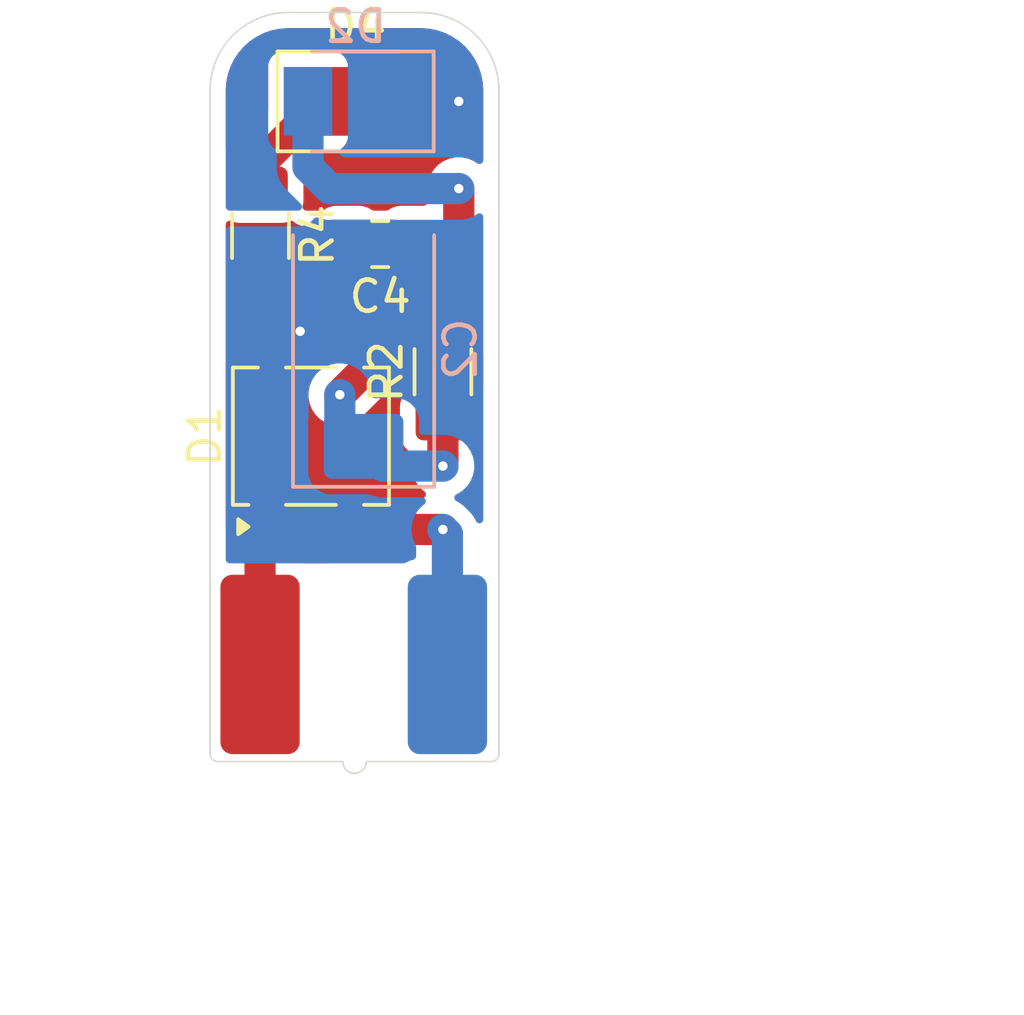
<source format=kicad_pcb>
(kicad_pcb (version 20241229) (generator "pcbnew") (generator_version "9.0")
  (layers (0 "F.Cu" signal) (2 "B.Cu" signal) (13 "F.Paste" user) (15 "B.Paste" user) (5 "F.SilkS" user "F.Silkscreen") (7 "B.SilkS" user "B.Silkscreen") (1 "F.Mask" user) (3 "B.Mask" user) (25 "Edge.Cuts" user))
  (net 0 "")
  (net 1 "Net-(D2-A)")
  (net 2 "+12V")
  (net 3 "GND")
  (net 4 "Net-(D4-K)")
  (net 5 "Net-(LA1-+)")
  (net 6 "Net-(LA1--)")
  (net 7 "/HEAT")
  (footprint "Lampe:Lampenstecker" (layer "F.Cu") (at 89.6 68.3875)
    (property "Reference" "LA1" (hide yes))
    (property "Value" "Lamp")
    (pad "1" smd roundrect (at -3 3.5) (size 2.54 5.75) (layers "F.Cu" "F.Mask" "F.Paste") (roundrect_rratio 0.15) (net 6 "Net-(LA1--)"))
    (pad "2" smd roundrect (at 3 3.5) (size 2.54 5.75) (layers "B.Cu" "B.Mask" "B.Paste") (roundrect_rratio 0.15) (net 5 "Net-(LA1-+)"))
  )
  (footprint "LED_SMD:LED_PLCC_2835_Handsoldering" (layer "F.Cu") (at 89.661 53.848)
    (property "Reference" "D4" (at 0 -2.4 0) (layer "F.SilkS"))
    (property "Value" "LED")
    (fp_line (start -2.5 -1.6) (end -2.5 1.6) (stroke (width 0.12)) (layer "F.SilkS"))
    (fp_line (start 1.4 -1.6) (end -2.5 -1.6) (stroke (width 0.12)) (layer "F.SilkS"))
    (fp_line (start 1.4 1.6) (end -2.5 1.6) (stroke (width 0.12)) (layer "F.SilkS"))
    (pad "1" smd rect (at -1.05 0) (size 2.5 2.2) (layers "F.Cu" "F.Mask" "F.Paste") (net 4 "Net-(D4-K)"))
    (pad "2" smd rect (at 1.525 0) (size 1.55 2.2) (layers "F.Cu" "F.Mask" "F.Paste") (net 7 "/HEAT"))
  )
  (footprint "Capacitor_SMD:C_0805_2012Metric_Pad1.18x1.45mm_HandSolder" (layer "F.Cu") (at 90.4455 58.42 180)
    (property "Reference" "C4" (at 0 -1.68 0) (layer "F.SilkS"))
    (property "Value" "470nF")
    (fp_line (start -0.261252 0.735) (end 0.261252 0.735) (stroke (width 0.12)) (layer "F.SilkS"))
    (fp_line (start -0.261252 -0.735) (end 0.261252 -0.735) (stroke (width 0.12)) (layer "F.SilkS"))
    (pad "1" smd roundrect (at -1.0375 0 180) (size 1.175 1.45) (layers "F.Cu" "F.Mask" "F.Paste") (roundrect_rratio 0.212766) (net 2 "+12V"))
    (pad "2" smd roundrect (at 1.0375 0 180) (size 1.175 1.45) (layers "F.Cu" "F.Mask" "F.Paste") (roundrect_rratio 0.212766) (net 3 "GND"))
  )
  (footprint "Resistor_SMD:R_1206_3216Metric_Pad1.30x1.75mm_HandSolder" (layer "F.Cu") (at 92.456 62.51 90)
    (property "Reference" "R2" (at 0 -1.82 90) (layer "F.SilkS"))
    (property "Value" "60")
    (fp_line (start -0.727064 -0.91) (end 0.727064 -0.91) (stroke (width 0.12)) (layer "F.SilkS"))
    (fp_line (start -0.727064 0.91) (end 0.727064 0.91) (stroke (width 0.12)) (layer "F.SilkS"))
    (pad "1" smd roundrect (at -1.55 0 90) (size 1.3 1.75) (layers "F.Cu" "F.Mask" "F.Paste") (roundrect_rratio 0.192308) (net 2 "+12V"))
    (pad "2" smd roundrect (at 1.55 0 90) (size 1.3 1.75) (layers "F.Cu" "F.Mask" "F.Paste") (roundrect_rratio 0.192308) (net 1 "Net-(D2-A)"))
  )
  (footprint "Package_TO_SOT_SMD:TO-269AA" (layer "F.Cu") (at 88.23 64.575 90)
    (property "Reference" "D1" (at 0 -3.4 90) (layer "F.SilkS"))
    (property "Value" "MB6S")
    (fp_line (start 2.2 -2.5) (end -2.2 -2.5) (stroke (width 0.12)) (layer "F.SilkS"))
    (fp_line (start -2.2 -2.5) (end -2.2 -2) (stroke (width 0.12)) (layer "F.SilkS"))
    (fp_line (start 2.2 -1.7) (end 2.2 -2.5) (stroke (width 0.12)) (layer "F.SilkS"))
    (fp_line (start 2.2 -0.8) (end 2.2 0.8) (stroke (width 0.12)) (layer "F.SilkS"))
    (fp_line (start -2.2 -0.8) (end -2.2 0.8) (stroke (width 0.12)) (layer "F.SilkS"))
    (fp_line (start 2.2 1.7) (end 2.2 2.5) (stroke (width 0.12)) (layer "F.SilkS"))
    (fp_line (start 2.2 2.5) (end -2.2 2.5) (stroke (width 0.12)) (layer "F.SilkS"))
    (fp_line (start -2.2 2.5) (end -2.2 1.7) (stroke (width 0.12)) (layer "F.SilkS"))
    (fp_poly (pts (xy -2.9 -2) (xy -3.14 -2.33) (xy -2.66 -2.33) (xy -2.9 -2)) (stroke (width 0.12)) (fill yes) (layer "F.SilkS"))
    (pad "1" smd roundrect (at -3.075 -1.27 90) (size 1 0.8) (layers "F.Cu" "F.Mask" "F.Paste") (net 6 "Net-(LA1--)"))
    (pad "2" smd roundrect (at -3.075 1.27 90) (size 1 0.8) (layers "F.Cu" "F.Mask" "F.Paste") (net 5 "Net-(LA1-+)"))
    (pad "3" smd roundrect (at 3.075 1.27 90) (size 1 0.8) (layers "F.Cu" "F.Mask" "F.Paste") (net 2 "+12V"))
    (pad "4" smd roundrect (at 3.075 -1.27 90) (size 1 0.8) (layers "F.Cu" "F.Mask" "F.Paste") (net 3 "GND"))
  )
  (footprint "Resistor_SMD:R_1206_3216Metric_Pad1.30x1.75mm_HandSolder" (layer "F.Cu") (at 86.614 58.14 -90)
    (property "Reference" "R4" (at 0 -1.82 90) (layer "F.SilkS"))
    (property "Value" "60")
    (fp_line (start -0.727064 0.91) (end 0.727064 0.91) (stroke (width 0.12)) (layer "F.SilkS"))
    (fp_line (start -0.727064 -0.91) (end 0.727064 -0.91) (stroke (width 0.12)) (layer "F.SilkS"))
    (pad "1" smd roundrect (at -1.55 0 270) (size 1.3 1.75) (layers "F.Cu" "F.Mask" "F.Paste") (roundrect_rratio 0.192308) (net 4 "Net-(D4-K)"))
    (pad "2" smd roundrect (at 1.55 0 270) (size 1.3 1.75) (layers "F.Cu" "F.Mask" "F.Paste") (roundrect_rratio 0.192308) (net 3 "GND"))
  )
  (footprint "Capacitor_Tantalum_SMD:CP_EIA-7343-15_Kemet-W" (layer "B.Cu") (at 89.916 61.7865 90)
    (property "Reference" "C2" (at 0 3.1 90) (layer "B.SilkS") (effects (justify mirror)))
    (property "Value" "16V 100uF")
    (fp_line (start -4.41 -2.26) (end 3.65 -2.26) (stroke (width 0.12)) (layer "B.SilkS"))
    (fp_line (start 3.65 2.26) (end -4.41 2.26) (stroke (width 0.12)) (layer "B.SilkS"))
    (fp_line (start -4.41 2.26) (end -4.41 -2.26) (stroke (width 0.12)) (layer "B.SilkS"))
    (pad "1" smd roundrect (at -3.1125 0 90) (size 2.075 2.55) (layers "B.Cu" "B.Mask" "B.Paste") (roundrect_rratio 0.120482) (net 2 "+12V"))
    (pad "2" smd roundrect (at 3.1125 0 90) (size 2.075 2.55) (layers "B.Cu" "B.Mask" "B.Paste") (roundrect_rratio 0.120482) (net 3 "GND"))
  )
  (footprint "LED_SMD:LED_PLCC_2835_Handsoldering" (layer "B.Cu") (at 89.661 53.848 180)
    (property "Reference" "D2" (at 0 2.4 0) (layer "B.SilkS") (effects (justify mirror)))
    (property "Value" "LED")
    (fp_line (start 1.4 1.6) (end -2.5 1.6) (stroke (width 0.12)) (layer "B.SilkS"))
    (fp_line (start 1.4 -1.6) (end -2.5 -1.6) (stroke (width 0.12)) (layer "B.SilkS"))
    (fp_line (start -2.5 1.6) (end -2.5 -1.6) (stroke (width 0.12)) (layer "B.SilkS"))
    (pad "1" smd rect (at -1.05 0 180) (size 2.5 2.2) (layers "B.Cu" "B.Mask" "B.Paste") (net 7 "/HEAT"))
    (pad "2" smd rect (at 1.525 0 180) (size 1.55 2.2) (layers "B.Cu" "B.Mask" "B.Paste") (net 1 "Net-(D2-A)"))
  )
  (gr_arc (start 85 53.5) (mid 85.732233 51.732233) (end 87.5 51) (stroke (width 0.05)) (layer "Edge.Cuts"))
  (gr_arc (start 94.25 74.75) (mid 94.176777 74.926777) (end 94 75) (stroke (width 0.05)) (layer "Edge.Cuts"))
  (gr_arc (start 91.75 51) (mid 93.517767 51.732233) (end 94.25 53.5) (stroke (width 0.05)) (layer "Edge.Cuts"))
  (gr_arc (start 85.25 75) (mid 85.073223 74.926777) (end 85 74.75) (stroke (width 0.05)) (layer "Edge.Cuts"))
  (gr_line (start 94.25 74.75) (end 94.25 53.5) (stroke (width 0.05)) (layer "Edge.Cuts"))
  (gr_line (start 85.25 75) (end 89.25 75) (stroke (width 0.05)) (layer "Edge.Cuts"))
  (gr_arc (start 90 75) (mid 89.625 75.375) (end 89.25 75) (stroke (width 0.05)) (layer "Edge.Cuts"))
  (gr_line (start 94 75) (end 90 75) (stroke (width 0.05)) (layer "Edge.Cuts"))
  (gr_line (start 85 53.5) (end 85 74.75) (stroke (width 0.05)) (layer "Edge.Cuts"))
  (gr_line (start 91.75 51) (end 87.5 51) (stroke (width 0.05)) (layer "Edge.Cuts"))
  (segment (start 92.456 60.96) (end 92.964 60.452) (width 1) (layer "F.Cu") (net 1))
  (segment (start 92.964 60.452) (end 92.964 56.642) (width 1) (layer "F.Cu") (net 1))
  (via (at 92.964 56.642) (size 0.6) (drill 0.3) (layers "F.Cu" "B.Cu") (net 1))
  (segment (start 88.83 56.642) (end 88.136 55.948) (width 1) (layer "B.Cu") (net 1))
  (segment (start 88.136 55.948) (end 88.136 53.848) (width 1) (layer "B.Cu") (net 1))
  (segment (start 92.964 56.642) (end 88.83 56.642) (width 1) (layer "B.Cu") (net 1))
  (segment (start 90.106 62.294) (end 89.154 63.246) (width 1) (layer "F.Cu") (net 2))
  (segment (start 91.483 59.5495) (end 91.483 58.42) (width 1) (layer "F.Cu") (net 2))
  (segment (start 90.106 61.689) (end 90.106 62.294) (width 1) (layer "F.Cu") (net 2))
  (segment (start 90.106 61.689) (end 90.106 60.9265) (width 1) (layer "F.Cu") (net 2))
  (segment (start 90.106 60.9265) (end 91.483 59.5495) (width 1) (layer "F.Cu") (net 2))
  (segment (start 92.456 65.532) (end 92.456 64.06) (width 1) (layer "F.Cu") (net 2))
  (via (at 89.154 63.246) (size 0.6) (drill 0.3) (layers "F.Cu" "B.Cu") (net 2))
  (via (at 92.456 65.532) (size 0.6) (drill 0.3) (layers "F.Cu" "B.Cu") (net 2))
  (segment (start 89.916 64.899) (end 90.549 65.532) (width 1) (layer "B.Cu") (net 2))
  (segment (start 89.154 63.246) (end 89.154 64.137) (width 1) (layer "B.Cu") (net 2))
  (segment (start 90.549 65.532) (end 92.456 65.532) (width 1) (layer "B.Cu") (net 2))
  (segment (start 89.154 64.137) (end 89.916 64.899) (width 1) (layer "B.Cu") (net 2))
  (segment (start 86.647 61.214) (end 86.614 61.181) (width 1) (layer "F.Cu") (net 3))
  (segment (start 86.614 59.69) (end 88.138 59.69) (width 1) (layer "F.Cu") (net 3))
  (segment (start 86.614 59.69) (end 86.614 61.181) (width 1) (layer "F.Cu") (net 3))
  (segment (start 87.884 61.214) (end 86.647 61.214) (width 1) (layer "F.Cu") (net 3))
  (segment (start 88.138 59.69) (end 89.408 58.42) (width 1) (layer "F.Cu") (net 3))
  (via (at 87.884 61.214) (size 0.6) (drill 0.3) (layers "F.Cu" "B.Cu") (net 3))
  (segment (start 89.916 58.674) (end 89.916 59.182) (width 1) (layer "B.Cu") (net 3))
  (segment (start 89.916 59.182) (end 87.884 61.214) (width 1) (layer "B.Cu") (net 3))
  (segment (start 86.614 55.845) (end 88.611 53.848) (width 1) (layer "F.Cu") (net 4))
  (segment (start 86.614 56.59) (end 86.614 55.845) (width 1) (layer "F.Cu") (net 4))
  (segment (start 89.586 67.564) (end 92.456 67.564) (width 1) (layer "F.Cu") (net 5))
  (segment (start 89.5 67.65) (end 89.586 67.564) (width 1) (layer "F.Cu") (net 5))
  (via (at 92.456 67.564) (size 0.6) (drill 0.3) (layers "F.Cu" "B.Cu") (net 5))
  (segment (start 92.6 67.708) (end 92.456 67.564) (width 1) (layer "B.Cu") (net 5))
  (segment (start 92.6 71.8875) (end 92.6 67.708) (width 1) (layer "B.Cu") (net 5))
  (segment (start 86.6 71.8875) (end 86.6 68.058) (width 1) (layer "F.Cu") (net 6))
  (segment (start 86.96 67.698) (end 86.96 67.65) (width 1) (layer "F.Cu") (net 6))
  (segment (start 86.6 68.058) (end 86.96 67.698) (width 1) (layer "F.Cu") (net 6))
  (segment (start 91.186 53.848) (end 92.964 53.848) (width 1) (layer "F.Cu") (net 7))
  (via (at 92.964 53.848) (size 0.6) (drill 0.3) (layers "F.Cu" "B.Cu") (net 7))
  (segment (start 92.964 53.848) (end 90.711 53.848) (width 1) (layer "B.Cu") (net 7))
  (zone (net 3) (net_name "GND") (layers "F.Cu" "B.Cu") (connect_pads yes (clearance 0.5)) (min_thickness 0.25) (fill yes (thermal_gap 0.5) (thermal_bridge_width 0.5))
    (polygon (pts (xy 85 57.35) (xy 94.25 57.35) (xy 94.25 68.65) (xy 85 68.65)))
  )
  (zone (net 7) (net_name "/HEAT") (layers "F.Cu" "B.Cu") (priority 1) (connect_pads yes (clearance 0.5)) (min_thickness 0.25) (fill yes (thermal_gap 0.5) (thermal_bridge_width 0.5))
    (polygon (pts (xy 94.25 57.35) (xy 94.234 51) (xy 85 51) (xy 85 57.35)))
  )
)
</source>
